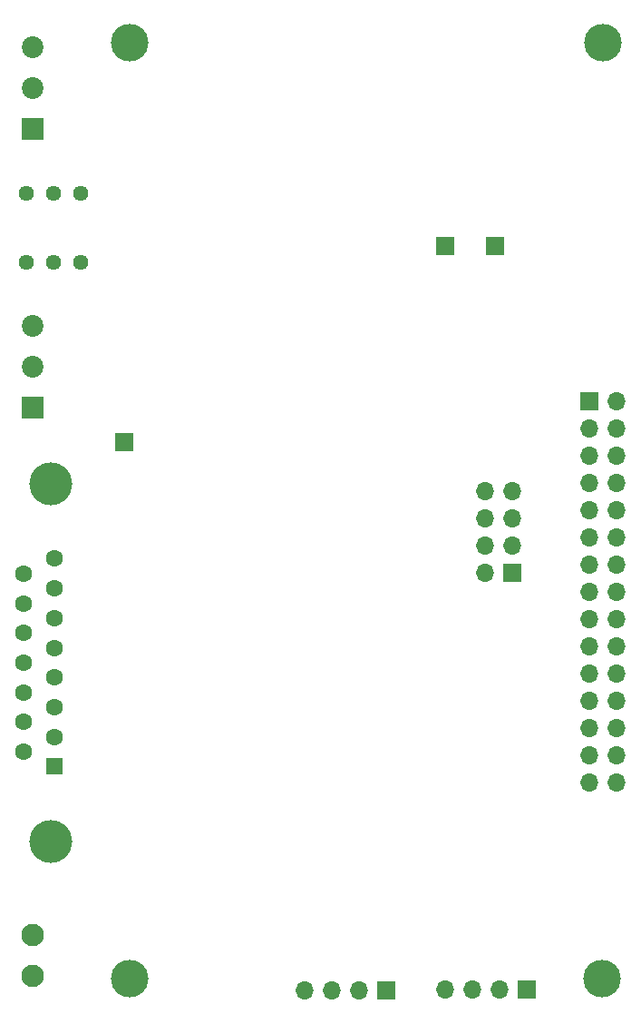
<source format=gbr>
%TF.GenerationSoftware,KiCad,Pcbnew,9.0.6*%
%TF.CreationDate,2025-11-25T17:06:26+11:00*%
%TF.ProjectId,v8_equip_analog_RVR,76385f65-7175-4697-905f-616e616c6f67,rev?*%
%TF.SameCoordinates,Original*%
%TF.FileFunction,Soldermask,Bot*%
%TF.FilePolarity,Negative*%
%FSLAX46Y46*%
G04 Gerber Fmt 4.6, Leading zero omitted, Abs format (unit mm)*
G04 Created by KiCad (PCBNEW 9.0.6) date 2025-11-25 17:06:26*
%MOMM*%
%LPD*%
G01*
G04 APERTURE LIST*
%ADD10C,4.000000*%
%ADD11R,1.600000X1.600000*%
%ADD12C,1.600000*%
%ADD13C,3.500000*%
%ADD14R,2.025000X2.025000*%
%ADD15C,2.025000*%
%ADD16C,1.440000*%
%ADD17R,1.700000X1.700000*%
%ADD18O,1.700000X1.700000*%
%ADD19C,2.100000*%
G04 APERTURE END LIST*
D10*
%TO.C,J3*%
X4700000Y-45155000D03*
X4700000Y-78455000D03*
D11*
X5000000Y-71500000D03*
D12*
X5000000Y-68730000D03*
X5000000Y-65960000D03*
X5000000Y-63190000D03*
X5000000Y-60420000D03*
X5000000Y-57650000D03*
X5000000Y-54880000D03*
X5000000Y-52110000D03*
X2160000Y-70115000D03*
X2160000Y-67345000D03*
X2160000Y-64575000D03*
X2160000Y-61805000D03*
X2160000Y-59035000D03*
X2160000Y-56265000D03*
X2160000Y-53495000D03*
%TD*%
D13*
%TO.C,H4*%
X56184800Y-91262200D03*
%TD*%
D14*
%TO.C,J6*%
X3000000Y-12000000D03*
D15*
X3000000Y-8190000D03*
X3000000Y-4380000D03*
%TD*%
D16*
%TO.C,RV1*%
X7500000Y-18000000D03*
X4960000Y-18000000D03*
X2420000Y-18000000D03*
%TD*%
D17*
%TO.C,J1*%
X54991000Y-37439600D03*
D18*
X57531000Y-37439600D03*
X54991000Y-39979600D03*
X57531000Y-39979600D03*
X54991000Y-42519600D03*
X57531000Y-42519600D03*
X54991000Y-45059600D03*
X57531000Y-45059600D03*
X54991000Y-47599600D03*
X57531000Y-47599600D03*
X54991000Y-50139600D03*
X57531000Y-50139600D03*
X54991000Y-52679600D03*
X57531000Y-52679600D03*
X54991000Y-55219600D03*
X57531000Y-55219600D03*
X54991000Y-57759600D03*
X57531000Y-57759600D03*
X54991000Y-60299600D03*
X57531000Y-60299600D03*
X54991000Y-62839600D03*
X57531000Y-62839600D03*
X54991000Y-65379600D03*
X57531000Y-65379600D03*
X54991000Y-67919600D03*
X57531000Y-67919600D03*
X54991000Y-70459600D03*
X57531000Y-70459600D03*
X54991000Y-72999600D03*
X57531000Y-72999600D03*
%TD*%
D17*
%TO.C,J2*%
X11506200Y-41249600D03*
%TD*%
D19*
%TO.C,J4*%
X2971800Y-90982800D03*
X2971800Y-87172800D03*
%TD*%
D17*
%TO.C,J5*%
X47802800Y-53441600D03*
D18*
X45262800Y-53441600D03*
X47802800Y-50901600D03*
X45262800Y-50901600D03*
X47802800Y-48361600D03*
X45262800Y-48361600D03*
X47802800Y-45821600D03*
X45262800Y-45821600D03*
%TD*%
D13*
%TO.C,H2*%
X56235600Y-3982200D03*
%TD*%
D17*
%TO.C,J7*%
X46177200Y-22961600D03*
%TD*%
%TO.C,J9*%
X41478200Y-22936200D03*
%TD*%
D16*
%TO.C,RV2*%
X7500000Y-24500000D03*
X4960000Y-24500000D03*
X2420000Y-24500000D03*
%TD*%
D13*
%TO.C,H1*%
X12000000Y-3982200D03*
%TD*%
%TO.C,H3*%
X12000000Y-91262200D03*
%TD*%
D14*
%TO.C,J8*%
X3000000Y-38000000D03*
D15*
X3000000Y-34190000D03*
X3000000Y-30380000D03*
%TD*%
D17*
%TO.C,CON1*%
X49123600Y-92252800D03*
D18*
X46583600Y-92252800D03*
X44043600Y-92252800D03*
X41503600Y-92252800D03*
%TD*%
D17*
%TO.C,CON3*%
X36017200Y-92379800D03*
D18*
X33477200Y-92379800D03*
X30937200Y-92379800D03*
X28397200Y-92379800D03*
%TD*%
M02*

</source>
